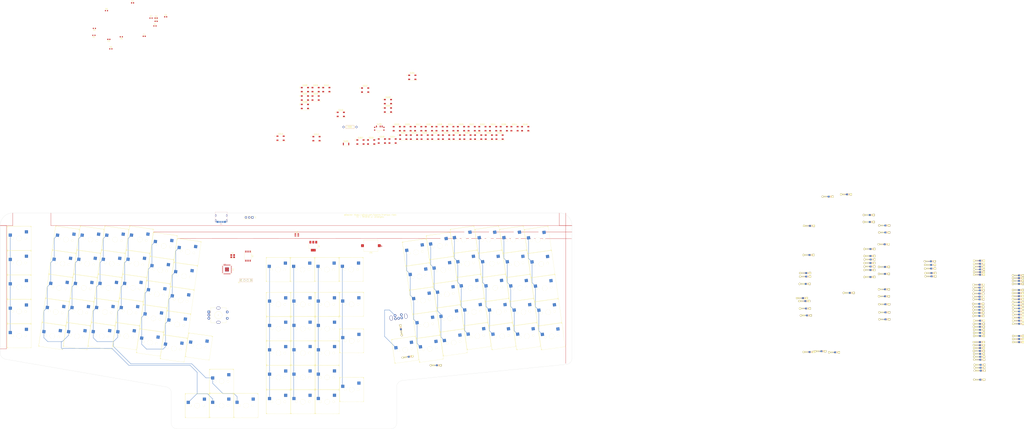
<source format=kicad_pcb>
(kicad_pcb (version 20211014) (generator pcbnew)
  (layers (0 "F.Cu" signal) (1 "In1.Cu" power "PWR.Cu") (2 "In2.Cu" power "GRD.Cu") (31 "B.Cu" signal) (34 "B.Paste" user) (35 "F.Paste" user) (36 "B.SilkS" user "B.Silkscreen") (37 "F.SilkS" user "F.Silkscreen") (38 "B.Mask" user) (39 "F.Mask" user) (44 "Edge.Cuts" user))
  (net 0 "")
  (net 1 "Net-(D1-Pad1)")
  (net 2 "Net-(D2-Pad1)")
  (net 3 "Net-(D3-Pad1)")
  (net 4 "Net-(D4-Pad1)")
  (net 5 "Net-(D5-Pad1)")
  (net 6 "Net-(D6-Pad1)")
  (net 7 "Net-(D7-Pad1)")
  (net 8 "Net-(D8-Pad1)")
  (net 9 "Net-(D9-Pad1)")
  (net 10 "Net-(D10-Pad1)")
  (net 11 "Net-(D11-Pad1)")
  (net 12 "Net-(D12-Pad1)")
  (net 13 "Net-(D13-Pad1)")
  (net 14 "Net-(D14-Pad1)")
  (net 15 "Net-(D15-Pad1)")
  (net 16 "Net-(D16-Pad1)")
  (net 17 "Net-(D17-Pad1)")
  (net 18 "Net-(D18-Pad1)")
  (net 19 "Net-(D19-Pad1)")
  (net 20 "Net-(D20-Pad1)")
  (net 21 "Net-(D21-Pad1)")
  (net 22 "Net-(D22-Pad1)")
  (net 23 "Net-(D23-Pad1)")
  (net 24 "Net-(D24-Pad1)")
  (net 25 "Net-(D25-Pad1)")
  (net 26 "Net-(D26-Pad1)")
  (net 27 "Net-(D27-Pad1)")
  (net 28 "Net-(D28-Pad1)")
  (net 29 "Net-(D29-Pad1)")
  (net 30 "Net-(D30-Pad1)")
  (net 31 "Net-(D31-Pad1)")
  (net 32 "Net-(D32-Pad1)")
  (net 33 "Net-(D33-Pad1)")
  (net 34 "Net-(D34-Pad1)")
  (net 35 "Net-(D35-Pad1)")
  (net 36 "Net-(D36-Pad1)")
  (net 37 "Net-(D37-Pad1)")
  (net 38 "Net-(D38-Pad1)")
  (net 39 "Net-(D39-Pad1)")
  (net 40 "Net-(D40-Pad1)")
  (net 41 "Net-(D41-Pad1)")
  (net 42 "Net-(D42-Pad1)")
  (net 43 "Net-(D43-Pad1)")
  (net 44 "Net-(D44-Pad1)")
  (net 45 "Net-(D45-Pad1)")
  (net 46 "Net-(D46-Pad1)")
  (net 47 "Net-(D47-Pad1)")
  (net 48 "Net-(D48-Pad1)")
  (net 49 "Net-(D49-Pad1)")
  (net 50 "Net-(D50-Pad1)")
  (net 51 "Net-(D51-Pad1)")
  (net 52 "Net-(D52-Pad1)")
  (net 53 "Net-(D53-Pad1)")
  (net 54 "Net-(D54-Pad1)")
  (net 55 "Net-(D55-Pad1)")
  (net 56 "Net-(D56-Pad1)")
  (net 57 "Net-(D57-Pad1)")
  (net 58 "Net-(D58-Pad1)")
  (net 59 "Net-(D59-Pad1)")
  (net 60 "Net-(D60-Pad1)")
  (net 61 "Net-(D61-Pad1)")
  (net 62 "Net-(D62-Pad1)")
  (net 63 "Net-(D63-Pad1)")
  (net 64 "Net-(D64-Pad1)")
  (net 65 "Net-(D65-Pad1)")
  (net 66 "Net-(D66-Pad1)")
  (net 67 "Net-(D67-Pad1)")
  (net 68 "Net-(D68-Pad1)")
  (net 69 "Net-(D69-Pad1)")
  (net 70 "Net-(D70-Pad1)")
  (net 71 "Net-(D71-Pad1)")
  (net 72 "Net-(D72-Pad1)")
  (net 73 "Net-(D73-Pad1)")
  (net 74 "Net-(D74-Pad1)")
  (net 75 "Net-(D75-Pad1)")
  (net 76 "Net-(D76-Pad1)")
  (net 77 "Net-(D77-Pad1)")
  (net 78 "Net-(D78-Pad1)")
  (net 79 "Net-(D79-Pad1)")
  (net 80 "Net-(D80-Pad1)")
  (net 81 "Net-(D81-Pad1)")
  (net 82 "Net-(D82-Pad1)")
  (net 83 "Net-(D83-Pad1)")
  (net 84 "Net-(D84-Pad1)")
  (net 85 "Net-(D85-Pad1)")
  (net 86 "Net-(D86-Pad1)")
  (net 87 "Net-(D87-Pad1)")
  (net 88 "Net-(D88-Pad1)")
  (net 89 "VCC")
  (net 90 "GND")
  (net 91 "Net-(D1-Pad2)")
  (net 92 "Net-(D1S1-Pad1)")
  (net 93 "+3V3")
  (net 94 "Net-(D1S1-Pad2)")
  (net 95 "Net-(D1S2-Pad1)")
  (net 96 "Net-(D10-Pad2)")
  (net 97 "Net-(D18-Pad2)")
  (net 98 "Net-(D20-Pad2)")
  (net 100 "Net-(D35-Pad2)")
  (net 101 "Net-(D37-Pad2)")
  (net 102 "Net-(D52-Pad2)")
  (net 103 "Net-(D53-Pad2)")
  (net 104 "Net-(D68-Pad2)")
  (net 105 "Net-(D88-Pad2)")
  (net 106 "Net-(D301-Pad2)")
  (net 107 "Net-(D301-Pad4)")
  (net 108 "Net-(D302-Pad2)")
  (net 109 "Net-(D303-Pad2)")
  (net 110 "Net-(D304-Pad2)")
  (net 111 "Net-(D305-Pad2)")
  (net 112 "Net-(D306-Pad2)")
  (net 113 "/XIN")
  (net 114 "SCL")
  (net 115 "SDA")
  (net 116 "Net-(C3-Pad1)")
  (net 117 "VBUS")
  (net 118 "row2")
  (net 119 "row1")
  (net 120 "row4")
  (net 121 "row3")
  (net 122 "Net-(D307-Pad2)")
  (net 123 "row6")
  (net 124 "row5")
  (net 125 "row8")
  (net 126 "row7")
  (net 127 "row10")
  (net 128 "row9")
  (net 129 "row11")
  (net 130 "Net-(D89-Pad1)")
  (net 131 "row12")
  (net 132 "Net-(D90-Pad1)")
  (net 133 "Net-(D91-Pad1)")
  (net 134 "Net-(D92-Pad1)")
  (net 135 "Net-(D93-Pad1)")
  (net 136 "Net-(D308-Pad2)")
  (net 137 "Net-(D309-Pad2)")
  (net 138 "Net-(D310-Pad2)")
  (net 139 "Net-(D311-Pad2)")
  (net 140 "Net-(D312-Pad2)")
  (net 141 "Net-(D313-Pad2)")
  (net 142 "Net-(D314-Pad2)")
  (net 143 "Net-(D315-Pad2)")
  (net 144 "Net-(D316-Pad2)")
  (net 145 "Net-(D317-Pad2)")
  (net 146 "Net-(D318-Pad2)")
  (net 147 "Net-(D319-Pad2)")
  (net 148 "Net-(D320-Pad2)")
  (net 149 "Net-(D321-Pad2)")
  (net 150 "Net-(D322-Pad2)")
  (net 151 "Net-(D323-Pad2)")
  (net 152 "Net-(D324-Pad2)")
  (net 153 "Net-(D325-Pad2)")
  (net 154 "Net-(D326-Pad2)")
  (net 155 "Net-(D327-Pad2)")
  (net 156 "Net-(D328-Pad2)")
  (net 157 "Net-(D329-Pad2)")
  (net 158 "/USB+")
  (net 159 "/USB-")
  (net 160 "Net-(D330-Pad2)")
  (net 161 "Net-(D331-Pad2)")
  (net 162 "Net-(D332-Pad2)")
  (net 163 "Net-(D333-Pad2)")
  (net 164 "/SWD")
  (net 165 "/SWCLK")
  (net 166 "SPEAKER")
  (net 167 "Data+")
  (net 168 "Data-")
  (net 169 "Underglow")
  (net 170 "/XOUT")
  (net 171 "/QSPISS")
  (net 172 "/RESET")
  (net 173 "col10")
  (net 174 "Net-(D334-Pad2)")
  (net 175 "col9")
  (net 176 "/SQPISD1")
  (net 177 "/QSPISD2")
  (net 178 "/QSPISD0")
  (net 179 "/QSPICLK")
  (net 180 "/QSPISD3")
  (net 181 "col7")
  (net 182 "col3")
  (net 183 "ENC1")
  (net 184 "ENC2")
  (net 185 "col1")
  (net 186 "col5")
  (net 187 "col4")
  (net 188 "col2")
  (net 189 "col6")
  (net 190 "col8")
  (net 191 "ENC4")
  (net 192 "ENC3")
  (net 193 "Net-(D335-Pad2)")
  (net 194 "Net-(D336-Pad2)")
  (net 195 "Net-(D337-Pad2)")
  (net 196 "Net-(D338-Pad2)")
  (net 197 "Net-(D339-Pad2)")
  (net 199 "Net-(J3-PadA5)")
  (net 201 "Net-(J3-PadB5)")
  (net 204 "Net-(R1-Pad2)")
  (net 205 "Net-(R2-Pad2)")
  (net 206 "Net-(R5-Pad2)")
  (net 211 "Net-(D25-Pad2)")
  (net 212 "Net-(D69-Pad2)")
  (footprint "Keebio-Parts:Diode-hybrid-3pad" (layer "F.Cu") (at 830.258 170.998)
    (fp_text reference "D79")
    (fp_text value "DIODE" hide)
  )
  (footprint "Keebio-Parts:MX_Socket_18mm" (layer "F.Cu") (at 408.8 105 8)
    (fp_text reference "SW26" hide)
    (fp_text value "SW_PUSH" hide)
  )
  (footprint "Keebio-Parts:Diode-hybrid-3pad" (layer "F.Cu") (at 830.258 166.426)
    (fp_text reference "D78")
    (fp_text value "DIODE" hide)
  )
  (footprint "Keebio-Parts:Diode-hybrid-3pad" (layer "F.Cu") (at 860.992 142.44)
    (fp_text reference "D62")
    (fp_text value "DIODE" hide)
  )
  (footprint "Keebio-Parts:MX_Socket_18mm" (layer "F.Cu") (at 164.55 119 -8)
    (fp_text reference "SW39" hide)
    (fp_text value "SW_PUSH" hide)
  )
  (footprint "LED_SMD:LED_WS2812B_PLCC4_5.0x5.0mm_P3.2mm" (layer "F.Cu") (at 422.658 -6.368)
    (fp_text reference "D325")
    (fp_text value "WS2812B")
  )
  (footprint "Keebio-Parts:Diode-hybrid-3pad" (layer "F.Cu") (at 692.755 129.431)
    (fp_text reference "D34")
    (fp_text value "DIODE" hide)
  )
  (footprint "Keebio-Parts:Diode-hybrid-3pad" (layer "F.Cu") (at 860.865 111.325)
    (fp_text reference "D13")
    (fp_text value "DIODE" hide)
  )
  (footprint "Keebio-Parts:Diode-hybrid-3pad" (layer "F.Cu") (at 696.057 93.109)
    (fp_text reference "D51")
    (fp_text value "DIODE" hide)
  )
  (footprint "Keebio-Parts:Diode-hybrid-3pad" (layer "F.Cu") (at 744 93.9)
    (fp_text reference "D65")
    (fp_text value "DIODE" hide)
  )
  (footprint "Keebio-Parts:Diode-hybrid-3pad" (layer "F.Cu") (at 860.865 115.897)
    (fp_text reference "D15")
    (fp_text value "DIODE" hide)
  )
  (footprint "Keebio-Parts:MX_Socket_18mm" (layer "F.Cu") (at 466.425 100.025 8)
    (fp_text reference "SW29" hide)
    (fp_text value "SW_PUSH" hide)
  )
  (footprint "Package_TO_SOT_SMD:SOT-23-6" (layer "F.Cu") (at 293.475 77.25)
    (fp_text reference "U3")
    (fp_text value "USBLC6-2SC6")
  )
  (footprint "Keebio-Parts:MX_Socket_18mm" (layer "F.Cu") (at 317.375 131.975)
    (fp_text reference "SW33" hide)
    (fp_text value "SW_PUSH" hide)
  )
  (footprint "Keebio-Parts:MX_Socket_18mm" (layer "F.Cu") (at 111.75 81 -8)
    (fp_text reference "SW2" hide)
    (fp_text value "SW_PUSH" hide)
  )
  (footprint "Keebio-Parts:MX_Socket_18mm" (layer "F.Cu") (at 183.3 124 -8)
    (fp_text reference "SW40" hide)
    (fp_text value "SW_PUSH" hide)
  )
  (footprint "Capacitor_SMD:C_0603_1608Metric" (layer "F.Cu") (at 173.42 -79.194)
    (fp_text reference "C4")
    (fp_text value "100n")
  )
  (footprint "LED_SMD:LED_WS2812B_PLCC4_5.0x5.0mm_P3.2mm" (layer "F.Cu") (at 452.998 0.252)
    (fp_text reference "D330")
    (fp_text value "WS2812B")
  )
  (footprint "LED_SMD:LED_WS2812B_PLCC4_5.0x5.0mm_P3.2mm" (layer "F.Cu") (at 431.078 -6.368)
    (fp_text reference "D327")
    (fp_text value "WS2812B")
  )
  (footprint "Keebio-Parts:Diode-hybrid-3pad" (layer "F.Cu") (at 693.263 135.273)
    (fp_text reference "D43")
    (fp_text value "DIODE" hide)
  )
  (footprint "Keebio-Parts:Diode-hybrid-3pad" (layer "F.Cu") (at 725.585 45.347)
    (fp_text reference "D8")
    (fp_text value "DIODE" hide)
  )
  (footprint "Keebio-Parts:MX_Socket_18mm" (layer "F.Cu") (at 147.8 100 -8)
    (fp_text reference "SW21" hide)
    (fp_text value "SW_PUSH" hide)
  )
  (footprint "Capacitor_SMD:C_0603_1608Metric" (layer "F.Cu") (at 182.78 -90.99)
    (fp_text reference "C3")
    (fp_text value "22p")
  )
  (footprint "Keebio-Parts:MX_Socket_18mm" (layer "F.Cu") (at 298.25 170.35)
    (fp_text reference "SW53" hide)
    (fp_text value "SW_PUSH" hide)
  )
  (footprint "Keebio-Parts:Diode-hybrid-3pad" (layer "F.Cu") (at 716.187 169.807)
    (fp_text reference "D92")
    (fp_text value "DIODE" hide)
  )
  (footprint "LED_SMD:LED_WS2812B_PLCC4_5.0x5.0mm_P3.2mm" (layer "F.Cu") (at 402.478 0.252)
    (fp_text reference "D331")
    (fp_text value "WS2812B")
  )
  (footprint "Keebio-Parts:MX_Socket_18mm" (layer "F.Cu") (at 145.2 119 -8)
    (fp_text reference "SW38" hide)
    (fp_text value "SW_PUSH" hide)
  )
  (footprint "Keebio-Parts:MX_Socket_18mm" (layer "F.Cu") (at 444.3 81.025 8)
    (fp_text reference "SW15" hide)
    (fp_text value "SW_PUSH" hide)
  )
  (footprint "Keebio-Parts:Diode-hybrid-3pad" (layer "F.Cu") (at 829.75 133.914)
    (fp_text reference "D37")
    (fp_text value "DIODE" hide)
  )
  (footprint "Keebio-Parts:MX_Socket_18mm" (layer "F.Cu") (at 336.625 160.775)
    (fp_text reference "SW45" hide)
    (fp_text value "SW_PUSH" hide)
  )
  (footprint "Connector_PinHeader_2.54mm:PinHeader_1x03_P2.54mm_Vertical" (layer "F.Cu") (at 258.525 63.5 -90)
    (fp_text reference "J1")
    (fp_text value "Conn_01x03")
  )
  (footprint "Keebio-Parts:Diode-hybrid-3pad" (layer "F.Cu") (at 829.877 128.072)
    (fp_text reference "D22")
    (fp_text value "DIODE" hide)
  )
  (footprint "LED_SMD:LED_WS2812B_PLCC4_5.0x5.0mm_P3.2mm" (layer "F.Cu") (at 385.638 0.252)
    (fp_text reference "D313")
    (fp_text value "WS2812B")
  )
  (footprint "Keebio-Parts:Diode-hybrid-3pad" (layer "F.Cu") (at 744 110.449)
    (fp_text reference "D69")
    (fp_text value "DIODE" hide)
  )
  (footprint "Keebio-Parts:MX_Socket_18mm" (layer "F.Cu") (at 75 99.2)
    (fp_text reference "SW18" hide)
    (fp_text value "SW_PUSH" hide)
  )
  (footprint "Resistor_SMD:R_0603_1608Metric" (layer "F.Cu") (at 178.75 -93.5)
    (fp_text reference "R7")
    (fp_text value "5.1k")
  )
  (footprint "LED_SMD:LED_WS2812B_PLCC4_5.0x5.0mm_P3.2mm" (layer "F.Cu") (at 394.058 0.252)
    (fp_text reference "D326")
    (fp_text value "WS2812B")
  )
  (footprint "Resistor_SMD:R_0603_1608Metric" (layer "F.Cu") (at 133.7885 -79.95 180)
    (fp_text reference "R1")
    (fp_text value "22")
  )
  (footprint "Keebio-Parts:Diode-hybrid-3pad" (layer "F.Cu") (at 792.01 107.371)
    (fp_text reference "D52")
    (fp_text value "DIODE" hide)
  )
  (footprint "Keebio-Parts:MX_Socket_18mm" (layer "F.Cu") (at 142.5 138 -8)
    (fp_text reference "SW58" hide)
    (fp_text value "SW_PUSH" hide)
  )
  (footprint "LED_SMD:LED_WS2812B_PLCC4_5.0x5.0mm_P3.2mm" (layer "F.Cu") (at 464.758 -6.368)
    (fp_text reference "D314")
    (fp_text value "WS2812B")
  )
  (footprint "Keebio-Parts:MX_Socket_18mm" (layer "F.Cu") (at 416.9 162.075 8)
    (fp_text reference "SW82" hide)
    (fp_text value "SW_PUSH" hide)
  )
  (footprint "Keebio-Parts:MX_Socket_18mm" (layer "F.Cu") (at 75 137.6)
    (fp_text reference "SW55" hide)
    (fp_text value "SW_PUSH" hide)
  )
  (footprint "Keebio-Parts:MX_Socket_18mm" (layer "F.Cu") (at 101.03 156.989 -8)
    (fp_text reference "SW73" hide)
    (fp_text value "SW_PUSH" hide)
  )
  (footprint "LED_SMD:LED_WS2812B_PLCC4_5.0x5.0mm_P3.2mm" (layer "F.Cu") (at 380.558 -6.368)
    (fp_text reference "D335")
    (fp_text value "WS2812B")
  )
  (footprint "Keebio-Parts:Diode-hybrid-3pad" (layer "F.Cu") (at 829.771 141.153)
    (fp_text reference "D39")
    (fp_text value "DIODE" hide)
  )
  (footprint "Keebio-Parts:Diode-hybrid-3pad" (layer "F.Cu") (at 744 99.449)
    (fp_text reference "D41")
    (fp_text value "DIODE" hide)
  )
  (footprint "Keebio-Parts:MX_Socket_18mm" (layer "F.Cu") (at 317.45 170.375)
    (fp_text reference "SW54" hide)
    (fp_text value "SW_PUSH" hide)
  )
  (footprint "LED_SMD:LED_WS2812B_PLCC4_5.0x5.0mm_P3.2mm" (layer "F.Cu") (at 308.25 -37.165)
    (fp_text reference "D305")
    (fp_text value "WS2812B")
  )
  (footprint "Keebio-Parts:Diode-hybrid-3pad" (layer "F.Cu") (at 830.237 106.609)
    (fp_text reference "D7")
    (fp_text value "DIODE" hide)
  )
  (footprint "Keebio-Parts:Diode-hybrid-3pad" (layer "F.Cu") (at 830.004 120.96)
    (fp_text reference "D23")
    (fp_text value "DIODE" hide)
  )
  (footprint "Package_SO:SOIC-8_5.23x5.23mm_P1.27mm" (layer "F.Cu") (at 255 94 -90)
    (fp_text reference "U2")
    (fp_text value "W25Q128JVS")
  )
  (footprint "Keebio-Parts:MX_Socket_18mm" (layer "F.Cu") (at 449.65 119 8)
    (fp_text reference "SW49" hide)
    (fp_text value "SW_PUSH" hide)
  )
  (footprint "Keebio-Parts:MX_Socket_18mm" (layer "F.Cu") (at 432.90174 138.012136 8)
    (fp_text reference "SW64" hide)
    (fp_text value "SW_PUSH" hide)
  )
  (footprint "LED_SMD:LED_WS2812B_PLCC4_5.0x5.0mm_P3.2mm" (layer "F.Cu") (at 299.83 -30.545)
    (fp_text reference "D321")
    (fp_text value "WS2812B")
  )
  (footprint "Keebio-Parts:MX_Socket_18mm" (layer "F.Cu") (at 298.2 208.775)
    (fp_text reference "SW88" hide)
    (fp_text value "SW_PUSH" hide)
  )
  (footprint "Keebio-Parts:MX_Socket_18mm" (layer "F.Cu") (at 471.825 138.075 8)
    (fp_text reference "SW66" hide)
    (fp_text value "SW_PUSH" hide)
  )
  (footprint "Keebio-Parts:Diode-hybrid-3pad" (layer "F.Cu") (at 860.865 109.166)
    (fp_text reference "D12")
    (fp_text value "DIODE" hide)
  )
  (footprint "Keebio-Parts:MX_Socket_18mm" (layer "F.Cu") (at 488.55 119.2 8)
    (fp_text reference "SW51" hide)
    (fp_text value "SW_PUSH" hide)
  )
  (footprint "LED_SMD:LED_WS2812B_PLCC4_5.0x5.0mm_P3.2mm" (layer "F.Cu") (at 444.578 0.252)
    (fp_text reference "D320")
    (fp_text value "WS2812B")
  )
  (footprint "Keebio-Parts:Diode-hybrid-3pad" (layer "F.Cu") (at 830.131 149.662)
    (fp_text reference "D57")
    (fp_text value "DIODE" hide)
  )
  (footprint "Keebio-Parts:Diode-hybrid-3pad" (layer "F.Cu") (at 743.492 61.603)
    (fp_text reference "D9")
    (fp_text value "DIODE" hide)
  )
  (footprint "Keebio-Parts:Diode-hybrid-3pad" (layer "F.Cu") (at 829.856 116.515)
    (fp_text reference "D19")
    (fp_text value "DIODE" hide)
  )
  (footprint "Keebio-Parts:Diode-hybrid-3pad" (layer "F.Cu") (at 829.75 123.5)
    (fp_text reference "D21")
    (fp_text value "DIODE" hide)
  )
  (footprint "Keebio-Parts:Diode-hybrid-3pad" (layer "F.Cu") (at 829.877 118.801)
    (fp_text reference "D20")
    (fp_text value "DIODE" hide)
  )
  (footprint "LED_SMD:LED_WS2812B_PLCC4_5.0x5.0mm_P3.2mm" (layer "F.Cu") (at 308.25 -30.545)
    (fp_text reference "D329")
    (fp_text value "WS2812B")
  )
  (footprint "Button_Switch_SMD:SW_SPDT_PCM12" (layer "F.Cu") (at 358.353 -6.703)
    (fp_text reference "SW95")
    (fp_text value "SW_SPDT")
  )
  (footprint "Keebio-Parts:MX_Socket_18mm" (layer "F.Cu") (at 390.00174 110.037136 8)
    (fp_text reference "SW25" hide)
    (fp_text value "SW_PUSH" hide)
  )
  (footprint "Keebio-Parts:MX_Socket_18mm" (layer "F.Cu") (at 297.952 104.625)
    (fp_text reference "SW9" hide)
    (fp_text value "SW_PUSH" hide)
  )
  (footprint "Keebio-Parts:Diode-hybrid-3pad" (layer "F.Cu") (at 830.787 184.206)
    (fp_text reference "D88")
    (fp_text value "DIODE" hide)
  )
  (footprint "LED_SMD:LED_WS2812B_PLCC4_5.0x5.0mm_P3.2mm" (layer "F.Cu") (at 299.83 -23.925)
    (fp_text reference "D328")
    (fp_text value "WS2812B")
  )
  (footprint "Keebio-Parts:Diode-hybrid-3pad" (layer "F.Cu") (at 860.992 159.331)
    (fp_text reference "D84")
    (fp_text value "DIODE" hide)
  )
  (footprint "Keebio-Parts:Diode-hybrid-3pad" (layer "F.Cu") (at 755.43 107.997)
    (fp_text reference "D33")
    (fp_text value "DIODE" hide)
  )
  (footprint "Keebio-Parts:MX_Socket_18mm" (layer "F.Cu") (at 414.2 143.05 8)
    (fp_text reference "SW63" hide)
    (fp_text value "SW_PUSH" hide)
  )
  (footprint "Keebio-Parts:MX_Socket_18mm" (layer "F.Cu") (at 317.4 208.75)
    (fp_text reference "SW89" hide)
    (fp_text value "SW_PUSH" hide)
  )
  (footprint "Keebio-Parts:Diode-hybrid-3pad" (layer "F.Cu") (at 860.865 125.549)
    (fp_text reference "D31")
    (fp_text value "DIODE" hide)
  )
  (footprint "Keebio-Parts:Diode-hybrid-3pad" (layer "F.Cu") (at 696.438 70.122)
    (fp_text reference "D10")
    (fp_text value "DIODE" hide)
  )
  (footprint "Keebio-Parts:MX_Socket_18mm" (layer "F.Cu") (at 202.05 128.8 -8)
    (fp_text reference "SW41" hide)
    (fp_text value "SW_PUSH" hide)
  )
  (footprint "Keebio-Parts:MX_Socket_18mm" (layer "F.Cu") (at 123.15 138.05 -8)
    (fp_text reference "SW57" hide)
    (fp_text value "SW_PUSH" hide)
  )
  (footprint "Keebio-Parts:MX_Socket_18mm" (layer "F.Cu") (at 279.025 170.4)
    (fp_text reference "SW52" hide)
    (fp_text value "SW_PUSH" hide)
  )
  (footprint "Capacitor_SMD:C_0603_1608Metric" (layer "F.Cu") (at 190.26 -94.524)
    (fp_text reference "C6")
    (fp_text value "22u")
  )
  (footprint "LED_SMD:LED_WS2812B_PLCC4_5.0x5.0mm_P3.2mm" (layer "F.Cu") (at 343.538 4.102)
    (fp_text reference "D302")
    (fp_text value "WS2812B")
  )
  (footprint "Keebio-Parts:Diode-hybrid-3pad" (layer "F.Cu") (at 380.651144 173.373352 8)
    (fp_text reference "D80")
    (fp_text value "DIODE" hide)
  )
  (footprint "Keebio-Parts:Diode-hybrid-3pad" (layer "F.Cu") (at 690.926 127.096)
    (fp_text reference "D68")
    (fp_text value "DIODE" hide)
  )
  (footprint "Keebio-Parts:MX_Socket_18mm" (layer "F.Cu") (at 378.75 167.75 8)
    (fp_text reference "SW80" hide)
    (fp_text value "SW_PUSH" hide)
  )
  (footprint "Keebio-Parts:Diode-hybrid-3pad" (layer "F.Cu") (at 755.774 143.811)
    (fp_text reference "D11")
    (fp_text value "DIODE" hide)
  )
  (footprint "Keebio-Parts:Diode-hybrid-3pad" (layer "F.Cu") (at 860.992 135.201)
    (fp_text reference "D47")
    (fp_text value "DIODE" hide)
  )
  (footprint "Keebio-Parts:MX_Socket_18mm" (layer "F.Cu") (at 298.225 151.15)
    (fp_text reference "SW43" hide)
    (fp_text value "SW_PUSH" hide)
  )
  (footprint "Keebio-Parts:MX_Socket_18mm" (layer "F.Cu") (at 177.95 162.1 -8)
    (fp_text reference "SW77" hide)
    (fp_text value "SW_PUSH" hide)
  )
  (footprint "Resistor_SMD:R_0603_1608Metric" (layer "F.Cu") (at 155.373 -78.807 180)
    (fp_text reference "R6")
    (fp_text value "5.1k")
  )
  (footprint "Keebio-Parts:Diode-hybrid-3pad" (layer "F.Cu") (at 860.992 137.614)
    (fp_text reference "D48")
    (fp_text value "DIODE" hide)
  )
  (footprint "Keebio-Parts:Diode-hybrid-3pad" (layer "F.Cu") (at 755.684 131.917)
    (fp_text reference "D82")
    (fp_text value "DIODE" hide)
  )
  (footprint "Keebio-Parts:MX_Socket_18mm" (layer "F.Cu") (at 279.025 189.6)
    (fp_text reference "SW68" hide)
    (fp_text value "SW_PUSH" hide)
  )
  (footprint "Keebio-Parts:MX_Socket_18mm" (layer "F.Cu") (at 406.07326 86.012864 8)
    (fp_text reference "SW13" hide)
    (fp_text value "SW_PUSH" hide)
  )
  (footprint "Keebio-Parts:Diode-hybrid-3pad" (layer "F.Cu") (at 755.774 138.311)
    (fp_text reference "D50")
    (fp_text value "DIODE" hide)
  )
  (footprint "random-keyboard-parts:RP2040-QFN-56" (layer "F.Cu") (at 238.5 104.5 -90)
    (fp_text reference "U1")
    (fp_text value "RP2040")
  )
  (footprint "LED_SMD:LED_WS2812B_PLCC4_5.0x5.0mm_P3.2mm" (layer "F.Cu") (at 410.898 0.252)
    (fp_text reference "D319")
    (fp_text value "WS2812B")
  )
  (footprint "Keebio-Parts:Diode-hybrid-3pad" (layer "F.Cu") (at 829.771 136.327)
    (fp_text reference "D40")
    (fp_text value "DIODE" hide)
  )
  (footprint "LED_SMD:LED_WS2812B_PLCC4_5.0x5.0mm_P3.2mm" (layer "F.Cu") (at 414.238 -6.368)
    (fp_text reference "D311")
    (fp_text value "WS2812B")
  )
  (footprint "Keebio-Parts:MX_Socket_18mm" (layer "F.Cu") (at 494 157.25 8)
    (fp_text reference "SW86" hide)
    (fp_text value "SW_PUSH" hide)
  )
  (footprint "Keebio-Parts:MX_Socket_18mm" (layer "F.Cu") (at 317.4 189.55)
    (fp_text reference "SW70" hide)
    (fp_text value "SW_PUSH" hide)
  )
  (footprint "Keebio-Parts:MX_Socket_18mm" (layer "F.Cu") (at 216.5 165.25 -8)
    (fp_text reference "SW79" hide)
    (fp_text value "SW_PUSH" hide)
  )
  (footprint "Keebio-Parts:Diode-hybrid-3pad" (layer "F.Cu") (at 860.865 130.375)
    (fp_text reference "D45")
    (fp_text value "DIODE" hide)
  )
  (footprint "Keebio-Parts:MX_Socket_18mm" (layer "F.Cu") (at 207.5 90.75 -8)
    (fp_text reference "SW7" hide)
    (fp_text value "SW_PUSH" hide)
  )
  (footprint "Keebio-Parts:MX_Socket_18mm" (layer "F.Cu") (at 447 100 8)
    (fp_text reference "SW28" hide)
    (fp_text value "SW_PUSH" hide)
  )
  (footprint "Keebio-Parts:MX_Socket_18mm" (layer "F.Cu") (at 75 156.8)
    (fp_text reference "SW72" hide)
    (fp_text value "SW_PUSH" hide)
  )
  (footprint "Keebio-Parts:MX_Socket_18mm" (layer "F.Cu") (at 279 132)
    (fp_text reference "SW31" hide)
    (fp_text value "SW_PUSH" hide)
  )
  (footprint "Keebio-Parts:MX_Socket_18mm" (layer "F.Cu") (at 278.775 104.625)
    (fp_text reference "SW8" hide)
    (fp_text value "SW_PUSH" hide)
  )
  (footprint "Keebio-Parts:MX_Socket_18mm" (layer "F.Cu") (at 452.4 138.05 8)
    (fp_text reference "SW65" hide)
    (fp_text value "SW_PUSH" hide)
  )
  (footprint "Keebio-Parts:Diode-hybrid-3pad" (layer "F.Cu") (at 830.258 102.291)
    (fp_text reference "D6")
    (fp_text value "DIODE" hide)
  )
  (footprint "Buzzer_Beeper:Buzzer_Mallory_AST1109MLTRQ" (layer "F.Cu") (at 351.75 85.75)
    (fp_text reference "LS1")
    (fp_text value "Speaker")
  )
  (footprint "Keebio-Parts:Diode-hybrid-3pad" (layer "F.Cu") (at 755.43 125.65)
    (fp_text reference "D27")
    (fp_text value "DIODE" hide)
  )
  (footprint "Keebio-Parts:MX_Socket_18mm" (layer "F.Cu") (at 483.1 81.15 8)
    (fp_text reference "SW17" hide)
    (fp_text value "SW_PUSH" hide)
  )
  (footprint "Keebio-Parts:Diode-hybrid-3pad" (layer "F.Cu") (at 755.684 69.853)
    (fp_text reference "D26")
    (fp_text value "DIODE" hide)
  )
  (footprint "Keebio-Parts:MX_Socket_18mm" (layer "F.Cu") (at 474.525 157.075 8)
    (fp_text reference "SW85" hide)
    (fp_text value "SW_PUSH" hide)
  )
  (footprint "Keebio-Parts:MX_Socket_18mm" (layer "F.Cu") (at 150.5 81 -8)
    (fp_text reference "SW4" hide)
    (fp_text value "SW_PUSH" hide)
  )
  (footprint "LED_SMD:LED_WS2812B_PLCC4_5.0x5.0mm_P3.2mm" (layer "F.Cu") (at 347.225 -36.82)
    (fp_text reference "D337")
    (fp_text value "WS2812B")
  )
  (footprint "Keebio-Parts:MX_Socket_18mm" (layer "F.Cu") (at 485.85 100.15 8)
    (fp_text reference "SW30" hide)
    (fp_text value "SW_PUSH" hide)
  )
  (footprint "LED_SMD:LED_WS2812B_PLCC4_5.0x5.0mm_P3.2mm" (layer "F.Cu") (at 473.178 -6.368)
    (fp_text reference "D340")
    (fp_text value "WS2812B")
  )
  (footprint "Keebio-Parts:Diode-hybrid-3pad" (layer "F.Cu") (at 791.523 98.1)
    (fp_text reference "D1")
    (fp_text value "DIODE" hide)
  )
  (footprint "Keebio-Parts:MX_Socket_18mm" (layer "F.Cu") (at 317.139 104.6)
    (fp_text reference "SW10" hide)
    (fp_text value "SW_PUSH" hide)
  )
  (footprint "Keebio-Parts:Diode-hybrid-3pad" (layer "F.Cu") (at 830.364 173.284)
    (fp_text reference "D76")
    (fp_text value "DIODE" hide)
  )
  (footprint "LED_SMD:LED_WS2812B_PLCC4_5.0x5.0mm_P3.2mm" (layer "F.Cu") (at 365.175 -27.72)
    (fp_text reference "D339")
    (fp_text value "WS2812B")
  )
  (footprint "Keebio-Parts:Diode-hybrid-3pad" (layer "F.Cu") (at 744.127 96.655)
    (fp_text reference "D60")
    (fp_text value "DIODE" hide)
  )
  (footprint "Keebio-Parts:RotaryEncoder_EC11B-Horizontal-Dual" (layer "F.Cu") (at 373.426934 141.730109 8)
    (fp_text reference "SW2E1" hide)
    (fp_text value "RotaryEncoder_Switch" hide)
  )
  (footprint "LED_SMD:LED_WS2812B_PLCC4_5.0x5.0mm_P3.2mm" (layer "F.Cu") (at 439.498 -6.368)
    (fp_text reference "D332")
    (fp_text value "WS2812B")
  )
  (footprint "LED_SMD:LED_WS2812B_PLCC4_5.0x5.0mm_P3.2mm" (layer "F.Cu") (at 447.918 -6.368)
    (fp_text reference "D324")
    (fp_text value "WS2812B")
  )
  (footprint "Keebio-Parts:MX_Socket_18mm" (layer "F.Cu") (at 411.5 124 8)
    (fp_text reference "SW47" hide)
    (fp_text value "SW_PUSH" hide)
  )
  (footprint "Keebio-Parts:MX_Socket_18mm" (layer "F.Cu") (at 169.95 80.95 -8)
    (fp_text reference "SW5" hide)
    (fp_text value "SW_PUSH" hide)
  )
  (footprint "LED_SMD:LED_WS2812B_PLCC4_5.0x5.0mm_P3.2mm" (layer "F.Cu") (at 388.978 -6.368)
    (fp_text reference "D317")
    (fp_text value "WS2812B")
  )
  (footprint "Keebio-Parts:Diode-hybrid-3pad" (layer "F.Cu") (at 744 104.949)
    (fp_text reference "D70")
    (fp_text value "DIODE" hide)
  )
  (footprint "Keebio-Parts:MX_Socket_18mm" (layer "F.Cu") (at 186.05 105 -8)
    (fp_text reference "SW23" hide)
    (fp_text value "SW_PUSH" hide)
  )
  (footprint "LED_SMD:LED_WS2812B_PLCC4_5.0x5.0mm_P3.2mm" (layer "F.Cu") (at 316.67 -37.165)
    (fp_text reference "D310")
    (fp_text value "WS2812B")
  )
  (footprint "Keebio-Parts:MX_Socket_18mm" (layer "F.Cu") (at 430.17674 118.987136 8)
    (fp_text reference "SW48" hide)
    (fp_text value "SW_PUSH" hide)
  )
  (footprint "Resistor_SMD:R_0603_1608Metric" (layer "F.Cu") (at 143.689 -99.381)
    (fp_text reference "R3")
    (fp_text value "1k")
  )
  (footprint "LED_SMD:LED_WS2812B_PLCC4_5.0x5.0mm_P3.2mm" (layer "F.Cu") (at 328.075 -17.67)
    (fp_text reference "D316")
    (fp_text value "WS2812B")
  )
  (footprint "Keebio-Parts:Diode-hybrid-3pad" (layer "F.Cu") (at 860.865 113.484)
    (fp_text reference "D14")
    (fp_text value "DIODE" hide)
  )
  (footprint "Keebio-Parts:Diode-hybrid-3pad" (layer "F.Cu") (at 744 102.199)
    (fp_text reference "D28")
    (fp_text value "DIODE" hide)
  )
  (footprint "Keebio-Parts:Diode-hybrid-3pad" (layer "F.Cu") (at 830.237 100.005)
    (fp_text reference "D3")
    (fp_text value "DIODE" hide)
  )
  (footprint "Keebio-Parts:Diode-hybrid-3pad" (layer "F.Cu") (at 711.107 47.125)
    (fp_text reference "D16")
    (fp_text value "DIODE" hide)
  )
  (footprint "Keebio-Parts:MX_Socket_18mm" (layer "F.Cu") (at 491.25 138.2 8)
    (fp_text reference "SW67" hide)
    (fp_text value "SW_PUSH" hide)
  )
  (footprint "LED_SMD:LED_WS2812B_PLCC4_5.0x5.0mm_P3.2mm" (layer "F.Cu") (at 280.68 1.135)
    (fp_text reference "D315")
    (fp_text value "WS2812B")
  )
  (footprint "Keebio-Parts:Diode-hybrid-3pad" (layer "F.Cu") (at 755.176 84.673)
    (fp_text reference "D59")
    (fp_text value "DIODE" hide)
  )
  (footprint "Resistor_SMD:R_0603_1608Metric" (layer "F.Cu") (at 134.1695 -85.411 180)
    (fp_text reference "R2")
    (fp_text value "22")
  )
  (footprint "Keebio-Parts:RotaryEncoder_EC11" (layer "F.Cu") (at 231.75 140.5)
    (fp_text reference "SW1E1")
    (fp_text value "RotaryEncoder_Switch")
  )
  (footprint "Button_Switch_SMD:SW_Push_SPST_NO_Alps_SKRK" (layer "F.Cu") (at 332.203 5.657)
    (fp_text reference "SW94")
    (fp_text value "SW_SPST")
  )
  (footprint "Keebio-Parts:MX_Socket_18mm" (layer "F.Cu") (at 199.4 147.85 -8)
    (fp_text reference "SW61" hide)
    (fp_text value "SW_PUSH" hide)
  )
  (footprint "Keebio-Parts:Diode-hybrid-3pad" (layer "F.Cu") (at 829.747 138.74)
    (fp_text reference "D38")
    (fp_text value "DIODE" hide)
  )
  (footprint "Keebio-Parts:MX_Socket_18mm" (layer "F.Cu") (at 161.9 138.05 -8)
    (fp_text reference "SW59" hide)
    (fp_text value "SW_PUSH" hide)
  )
  (footprint "Keebio-Parts:Diode-hybrid-3pad" (layer "F.Cu") (at 830.66 179.634)
    (fp_text reference "D89")
    (fp_text value "DIODE" hide)
  )
  (footprint "Keebio-Parts:RESISTOR" (layer "F.Cu") (at 335.3335 -7.7175)
    (fp_text reference "R301")
    (fp_text value "500" hide)
  )
  (footprint "LED_SMD:LED_WS2812B_PLCC4_5.0x5.0mm_P3.2mm" (layer "F.Cu") (at 456.338 -6.368)
    (fp_text reference "D306")
    (fp_text value "WS2812B")
  )
  (footprint "Keebio-Parts:Diode-hybrid-3pad" (layer "F.Cu") (at 830.258 104.45)
    (fp_text reference "D4")
    (fp_text value "DIODE" hide)
  )
  (footprint "LED_SMD:LED_WS2812B_PLCC4_5.0x5.0mm_P3.2mm" (layer "F.Cu") (at 351.958 4.102)
    (fp_text reference "D333")
    (fp_text value "WS2812B")
  )
  (footprint "Keebio-Parts:Diode-hybrid-3pad" (layer "F.Cu") (at 791.777 103.815)
    (fp_text reference "D35")
    (fp_text value "DIODE" hide)
  )
  (footprint "Keebio-Parts:Diode-hybrid-3pad" (layer "F.Cu") (at 744 88.4)
    (fp_text reference "D67")
    (fp_text value "DIODE" hide)
  )
  (footprint "Keebio-Parts:Diode-hybrid-3pad" (layer "F.Cu") (at 727.75 122.95)
    (fp_text reference "D1S1")
    (fp_text value "DIODE" hide)
  )
  (footprint "Keebio-Parts:MX_Socket_18mm" (layer "F.Cu") (at 125.85 119.05 -8)
    (fp_text reference "SW37" hide)
    (fp_text value "SW_PUSH" hide)
  )
  (footprint "Keebio-Parts:MX_Socket_18mm" (layer "F.Cu") (at 128.5 100 -8)
    (fp_text reference "SW20" hide)
    (fp_text value "SW_PUSH" hide)
  )
  (footprint "Keebio-Parts:Diode-hybrid-3pad" (layer "F.Cu") (at 860.992 147.266)
    (fp_text reference "D71")
    (fp_text value "DIODE" hide)
  )
  (footprint "Keebio-Parts:Diode-hybrid-3pad" (layer "F.Cu") (at 375.5 152.5 98)
    (fp_text reference "D1S2")
    (fp_text value "DIODE" hide)
  )
  (footprint "LED_SMD:LED_WS2812B_PLCC4_5.0x5.0mm_P3.2mm" (layer "F.Cu") (at 397.398 -6.368)
    (fp_text reference "D301")
    (fp_text value "WS2812B")
  )
  (footprint "Keebio-Parts:Diode-hybrid-3pad" (layer "F.Cu") (at 693.049 115.876)
    (fp_text reference "D66")
    (fp_text value "DIODE" hide)
  )
  (footprint "Keebio-Parts:Diode-hybrid-3pad" (layer "F.Cu") (at 830.11 168.712)
    (fp_text reference "D75")
    (fp_text value "DIODE" hide)
  )
  (footprint "LED_SMD:LED_WS2812B_PLCC4_5.0x5.0mm_P3.2mm" (layer "F.Cu") (at 405.818 -6.368)
    (fp_text reference "D308")
    (fp_text value "WS2812B")
  )
  (footprint "Keebio-Parts:Diode-hybrid-3pad" (layer "F.Cu") (at 696.121 169.553)
    (fp_text reference "D90")
    (fp_text value "DIODE" hide)
  )
  (footprint "Keebio-Parts:Diode-hybrid-3pad" (layer "F.Cu") (at 830.131 147.376)
    (fp_text reference "D54")
    (fp_text value "DIODE" hide)
  )
  (footprint "Keebio-Parts:MX_Socket_18mm" (layer "F.Cu") (at 253.45 211.75)
    (fp_text reference "SW92" hide)
    (fp_text value "SW_PUSH" hide)
  )
  (footprint "Keebio-Parts:Diode-hybrid-3pad" (layer "F.Cu") (at 830.131 161.727)
    (fp_text reference "D73")
    (fp_text value "DIODE" hide)
  )
  (footprint "Keebio-Parts:Diode-hybrid-3pad" (layer "F.Cu") (at 743.492 67.103)
    (fp_text reference "D64")
    (fp_text value "DIODE" hide)
  )
  (footprint "Keebio-Parts:MX_Socket_18mm" (layer "F.Cu") (at 180.65 143.05 -8)
    (fp_text reference "SW60" hide)
    (fp_text value "SW_PUSH" hide)
  )
  (footprint "Keebio-Parts:MX_Socket_18mm" (layer "F.Cu") (at 196.7 166.85 -8)
    (fp_text reference "SW78" hide)
    (fp_text value "SW_PUSH" hide)
  )
  (footprint "Keebio-Parts:Diode-hybrid-3pad" (layer "F.Cu") (at 860.865 120.723)
    (fp_text reference "D29")
    (fp_text value "DIODE" hide)
  )
  (footprint "LED_SMD:LED_WS2812B_PLCC4_5.0x5.0mm_P3.2mm" (layer "F.Cu") (at 365.175 -21.1)
    (fp_text reference "D309")
    (fp_text value "WS2812B")
  )
  (footprint "Crystal:Crystal_SMD_3225-4Pin_3.2x2.5mm" (layer "F.Cu") (at 243 94)
    (fp_text reference "Y1")
    (fp_text value "12MHz")
  )
  (footprint "Keebio-Parts:Diode-hybrid-3pad" (layer "F.Cu") (at 402.75 180)
    (fp_text reference "D81")
    (fp_text value "DIODE" hide)
  )
  (footprint "Keebio-Parts:Diode-hybrid-3pad" (layer "F.Cu") (at 792.031 109.911)
    (fp_text reference "D72")
    (fp_text value "DIODE" hide)
  )
  (footprint "LED_SMD:LED_WS2812B_PLCC4_5.0x5.0mm_P3.2mm" (layer "F.Cu") (at 360.378 3.332)
    (fp_text reference "D318")
    (fp_text value "WS2812B")
  )
  (footprint "Keebio-Parts:Diode-hybrid-3pad" (layer "F.Cu") (at 791.756 100.894)
    (fp_text reference "D18")
    (fp_text value "DIODE" hide)
  )
  (footprint "Keebio-Parts:MX_Socket_18mm" (layer "F.Cu") (at 392.70174 129.037136 8)
    (fp_text reference "SW46" hide)
    (fp_text value "SW_PUSH" hide)
  )
  (footprint "Keebio-Parts:MX_Socket_18mm" (layer "F.Cu") (at 109.08 99.989 -8)
    (fp_text reference "SW19" hide)
    (fp_text value "SW_PUSH" hide)
  )
  (footprint "LED_SMD:LED_WS2812B_PLCC4_5.0x5.0mm_P3.2mm" (layer "F.Cu") (at 308.925 1.48)
    (fp_text reference "D312")
    (fp_text value "WS2812B")
  )
  (footprint "Keebio-Parts:MX_Socket_18mm" (layer "F.Cu") (at 455.1 157.1 8)
    (fp_text reference "SW84" hide)
    (fp_text value "SW_PUSH" hide)
  )
  (footprint "LED_SMD:LED_WS2812B_PLCC4_5.0x5.0mm_P3.2mm" (layer "F.Cu") (at 299.83 -37.165)
    (fp_text reference "D338")
    (fp_text value "WS2812B")
  )
  (footprint "Keebio-Parts:MX_Socket_18mm" (layer "F.Cu") (at 424.8 81 8)
    (fp_text reference "SW14" hide)
    (fp_text value "SW_PUSH" hide)
  )
  (footprint "Keebio-Parts:Diode-hybrid-3pad" (layer "F.Cu") (at 830.258 154.488)
    (fp_text reference "D58")
    (fp_text value "DIODE" hide)
  )
  (footprint "LED_SMD:LED_WS2812B_PLCC4_5.0x5.0mm_P3.2mm" (layer "F.Cu") (at 368.798 3.332)
    (fp_text reference "D334")
    (fp_text value "WS2812B")
  )
  (footprint "Resistor_SMD:R_0603_1608Metric" (layer "F.Cu") (at 181.84 -87.334)
    (fp_text reference "R4")
    (fp_text value "DNP")
  )
  (footprint "LED_SMD:LED_WS2812B_PLCC4_5.0x5.0mm_P3.2mm" (layer "F.Cu") (at 436.158 0.252)
    (fp_text reference "D322")
    (fp_text value "WS2812B")
  )
  (footprint "Keebio-Parts:MX_Socket_18mm" (layer "F.Cu") (at 159.2 157.1 -8)
    (fp_text reference "SW76" hide)
    (fp_text value "SW_PUSH" hide)
  )
  (footprint "Keebio-Parts:Diode-hybrid-3pad" (layer "F.Cu") (at 860.865 127.962)
    (fp_text reference "D32")
    (fp_text value "DIODE" hide)
  )
  (footprint "Keebio-Parts:Diode-hybrid-3pad" (layer "F.Cu") (at 860.865 132.788)
    (fp_text reference "D46")
    (fp_text value "DIODE" hide)
  )
  (footprint "Keebio-Parts:MX_Socket_18mm" (layer "F.Cu") (at 106.43 118.989 -8)
    (fp_text reference "SW36" hide)
    (fp_text value "SW_PUSH" hide)
  )
  (footprint "Keebio-Parts:Diode-hybrid-3pad" (layer "F.Cu") (at 830.639 181.92)
    (fp_text reference "D87")
    (fp_text value "DIODE" hide)
  )
  (footprint "Keebio-Parts:MX_Socket_18mm" (layer "F.Cu") (at 234.25 211.75)
    (fp_text reference "SW90" hide)
    (fp_text value "SW_PUSH" hide)
  )
  (footprint "Keebio-Parts:Diode-hybrid-3pad" (layer "F.Cu") (at 830.385 175.57)
    (fp_text reference "D77")
    (fp_text value "DIODE" hide)
  )
  (footprint "Keebio-Parts:MX_Socket_18mm" (layer "F.Cu") (at 387.25 91 8)
    (fp_text reference "SW12" hide)
    (fp_text value "SW_PUSH" hide)
  )
  (footprint "Keebio-Parts:Diode-hybrid-3pad" (layer "F.Cu") (at 830.406 191.318)
    (fp_text reference "D93")
    (fp_text value "DIODE" hide)
  )
  (footprint "Keebio-Parts:MX_Socket_18mm" (layer "F.Cu") (at 336.339 104.575)
    (fp_text reference "SW11" hide)
    (fp_text value "SW_PUSH" hide)
  )
  (footprint "Keebio-Parts:MX_Socket_18mm" (layer "F.Cu") (at 103.73 137.989 -8)
    (fp_text reference "SW56" hide)
    (fp_text value "SW_PUSH" hide)
  )
  (footprint "Keebio-Parts:MX_Socket_18mm" (layer "F.Cu") (at 317.425 151.175)
    (fp_text reference "SW44" hide)
    (fp_text value "SW_PUSH" hide)
  )
  (footprint "Keebio-Parts:Diode-hybrid-3pad" (layer "F.Cu") (at 830.258 152.075)
    (fp_text reference "D55")
    (fp_text value "DIODE" hide)
  )
  (footprint "Keebio-Parts:MX_Stabilizer_Cutout-2u" (layer "F.Cu") (at 336.75 199.25 90)
    (fp_text reference "REF**" hide)
    (fp_text value "MX_Stabilizer_Cutout-2u" hide)
  )
  (footprint "Keebio-Parts:Diode-hybrid-3pad" (layer "F.Cu") (at 860.992 140.027)
    (fp_text reference "D61")
    (fp_text value "DIODE" hide)
  )
  (footprint "Keebio-Parts:Diode-hybrid-3pad" (layer "F.Cu") (at 693.416 110.117)
    (fp_text reference "D49")
    (fp_text value "DIODE" hide)
  )
  (footprint "Keebio-Parts:Diode-hybrid-3pad" (layer "F.Cu") (at 755.43 120.15)
    (fp_text reference "D42")
    (fp_text value "DIODE" hide)
  )
  (footprint "Keebio-Parts:Diode-hybrid-3pad" (layer "F.Cu") (at 830.258 144.836)
    (fp_text reference "D53")
    (fp_text value "DIODE" hide)
  )
  (footprint "Keebio-Parts:MX_Socket_18mm" (layer "F.Cu") (at 188.75 86 -8)
    (fp_text reference "SW6" hide)
    (fp_text value "SW_PUSH" hide)
  )
  (footprint "Keebio-Parts:MX_Socket_18mm" (layer "F.Cu") (at 398.05174 167.037136 8)
    (fp_text reference "SW81" hide)
    (fp_text value "SW_PUSH" hide)
  )
  (footprint "Keebio-Parts:Diode-hybrid-3pad" (layer "F.Cu") (at 830.237 97.592)
    (fp_text reference "D2")
    (fp_text value "DIODE" hide)
  )
  (footprint "Keebio-Parts:MX_Socket_18mm" (layer "F.Cu") (at 75 118.4)
    (fp_text reference "SW35" hide)
    (fp_text value "SW_PUSH" hide)
  )
  (footprint "Keebio-Parts:MX_Socket_18mm" (layer "F.Cu") (at 75 80)
    (fp_text reference "SW1" hide)
    (fp_text value "SW_PUSH" hide)
  )
  (footprint "Capacitor_SMD:C_0603_1608Metric" (layer "F.Cu") (at 145.531 -76.775 180)
    (fp_text reference "C2")
    (fp_text value "22p")
  )
  (footprint "Keebio-Parts:MX_Socket_18mm" (layer "F.Cu") (at 120.45 157.05 -8)
    (fp_text reference "SW74" hide)
    (fp_text value "SW_PUSH" hide)
  )
  (footprint "Keebio-Parts:Diode-hybrid-3pad" (layer "F.Cu") (at 860.992 161.744)
    (fp_text reference "D85")
    (fp_text value "DIODE" hide)
  )
  (footprint "Keebio-Parts:MX_Socket_18mm" (layer "F.Cu") (at 234.25 192.55)
    (fp_text reference "SW91" hide)
    (fp_text value "SW_PUSH" hide)
  )
  (footprint "Keebio-Parts:MX_Socket_18mm" (layer "F.Cu") (at 435.60174 157.037136 8)
    (fp_text reference "SW83" hide)
    (fp_text value "SW_PUSH" hide)
  )
  (footprint "Keebio-Parts:MX_Socket_18mm" (layer "F.Cu") (at 427.5 100 8)
    (fp_text reference "SW27" hide)
    (fp_text value "SW_PUSH" hide)
  )
  (footprint "Keebio-Parts:Diode-hybrid-3pad" (layer "F.Cu") (at 693.994 140.734)
    (fp_text reference "D86")
    (fp_text value "DIODE" hide)
  )
  (footprint "Keebio-Parts:Diode-hybrid-3pad" (layer "F.Cu") (at 860.992 144.853)
    (fp_text reference "D63")
    (fp_text value "DIODE" hide)
  )
  (footprint "Keebio-Parts:Diode-hybrid-3pad" (layer "F.Cu") (at 860.865 123.136)
    (fp_text reference "D30")
    (fp_text value "DIODE" hide)
  )
  (footprint "Capacitor_SMD:C_0603_1608Metric" (layer "F.Cu") (at 182.76 -93.5)
    (fp_text reference "C5")
    (fp_text value "22u")
  )
  (footprint "LED_SMD:LED_WS2812B_PLCC4_5.0x5.0mm_P3.2mm" (layer "F.Cu") (at 372.138 -6.368)
    (fp_text reference "D323")
    (fp_text value "WS2812B")
  )
  (footprint "Keebio-Parts:MX_Socket_18mm" (layer "F.Cu") (at 279.025 151.2)
    (fp_text reference "SW42" hide)
    (fp_text value "SW_PUSH" hide)
  )
  (footprint "Capacitor_SMD:C_0603_1608Metric" (layer "F.Cu") (at 164.21 -105.5)
    (fp_text reference "C1")
    (fp_text value "1u")
  )
  (footprint "Keebio-Parts:Diode-hybrid-3pad" (layer "F.Cu") (at 830.258 108.641)
    (fp_text reference "D5")
    (fp_text value "DIODE" hide)
  )
  (footprint "Keebio-Parts:MX_Socket_18mm" (layer "F.Cu") (at 131.15 81 -8)
    (fp_text reference "SW3" hide)
    (fp_text value "SW_PUSH" hide)
  )
  (footprint "Keebio-Parts:MX_Socket_18mm" (layer "F.Cu") (at 298.175 131.975)
    (fp_text reference "SW32" hide)
    (fp_text value "SW_PUSH" hide)
  )
  (footprint "Keebio-Parts:Diode-hybrid-3pad" (layer "F.Cu") (at 755.43 102.497)
    (fp_text reference "D17")
    (fp_text value "DIODE" hide)
  )
  (footprint "Keebio-Parts:MX_Socket_18mm" (layer "F.Cu") (at 469.125 119.075 8)
    (fp_text reference "SW50" hide)
    (fp_text value "SW_PUSH" hide)
  )
  (footprint "Keebio-Parts:MX_Socket_18mm" (layer "F.Cu") (at 395.37674 148.037136 8)
    (fp_text reference "SW62" hide)
    (fp_text value "SW_PUSH" hide)
  )
  (footprint "Keebio-Parts:MX_Socket_18mm" (layer "F.Cu") (at 167.25 100 -8)
    (fp_text reference "SW22" hide)
    (fp_text value "SW_PUSH" hide)
  )
  (footprint "Keebio-Parts:MX_Socket_18mm" (layer "F.Cu") (at 463.75 81 8)
    (fp_text reference "SW16" hide)
    (fp_text value "SW_PUSH" hide)
  )
  (footprint "Keebio-Parts:MX_Socket_18mm" (layer "F.Cu") (at 204.7 109.75 -8)
    (fp_text reference "SW24" hide)
    (fp_text value "SW_PUSH" hide)
  )
  (footprint "Resistor_SMD:R_0603_1608Metric" (layer "F.Cu") (at 147.118 -69.282)
    (fp_text reference "R5")
    (fp_text value "1k")
  )
  (footprint "Keebio-Parts:Diode-hybrid-3pad" (layer "F.Cu") (at 830.258 156.901)
    (fp_text reference "D56")
    (fp_text value "DIODE" hide)
  )
  (footprint "Keebio-Parts:MX_Socket_18mm" (layer "F.Cu") (at 336.625 199.15)
    (fp_text reference "SW71" hide)
    (fp_text value "SW_PUSH" hide)
  )
  (footprint "Keebio-Parts:Diode-hybrid-3pad" (layer "F.Cu") (at 705.392 168.918)
    (fp_text reference "D91")
    (fp_text value "DIODE" hide)
  )
  (footprint "Keebio-Parts:Diode-hybrid-3pad" (layer "F.Cu") (at 829.856 125.913)
    (fp_text reference "D24")
    (fp_text value "DIODE" hide)
  )
  (footprint "Keebio-Parts:MX_Socket_18mm" (layer "F.Cu") (at 336.575 131.95)
    (fp_text reference "SW34" hide)
    (fp_text value "SW_PUSH" hide)
  )
  (footprint "LED_SMD:LED_WS2812B_PLCC4_5.0x5.0mm_P3.2mm" (layer "F.Cu") (at 384.325 -46.87)
    (fp_text reference "D304")
    (fp_text value "WS2812B")
  )
  (footprint "Keebio-Parts:MX_Socket_18mm" (layer "F.Cu") (at 139.85 157 -8)
    (fp_text reference "SW75" hide)
    (fp_text value "SW_PUSH" hide)
  )
  (footprint "Keebio-Parts:MX_Socket_18mm" (layer "F.Cu") (at 215.05 211.8)
    (fp_text reference "SW93" hide)
    (fp_text value "SW_PUSH" hide)
  )
  (footprint "Keebio-Parts:Diode-hybrid-3pad" (layer "F.Cu") (at 830.131 164.14)
    (fp_text reference "D74")
    (fp_text value "DIODE" hide)
  )
  (footprint "LED_SMD:LED_WS2812B_PLCC4_5.0x5.0mm_P3.2mm" (layer "F.Cu") (at 427.738 0.252)
    (fp_text reference "D303")
    (fp_text value "WS2812B")
  )
  (footprint "Package_TO_SOT_SMD:SOT-223-3_TabPin2" (layer "F.Cu") (at 306.425 86.175 -90)
    (fp_text reference "U4")
    (fp_text value "AMS1117-3.3")
  )
  (footprint "LED_SMD:LED_WS2812B_PLCC4_5.0x5.0mm_P3.2mm" (layer "F.Cu") (at 419.318 0.252)
    (fp_text reference "D336")
    (fp_text value "WS2812B")
  )
  (footprint "Keebio-Parts:MX_Stabilizer_Cutout-2u" (layer "F.Cu") (at 336.75 160.75 90)
    (fp_text reference "REF**" hide)
    (fp_text value "MX_Stabilizer_Cutout-2u" hide)
  )
  (footprint "Keebio-Parts:Diode-hybrid-3pad" (layer "F.Cu") (at 860.992 156.918)
    (fp_text reference "D83")
    (fp_text value "DIODE" hide)
  )
  (footprint "Keebio-Parts:Diode-hybrid-3pad" (layer "F.Cu") (at 693.416 107.367)
    (fp_text reference "D44")
    (fp_text value "DIODE" hide)
  )
  (footprint "Keebio-Parts:Diode-hybrid-3pad" (layer "F.Cu") (at 755.684 75.353)
    (fp_text reference "D25")
    (fp_text value "DIODE" hide)
  )
  (footprint "LED_SMD:LED_WS2812B_PLCC4_5.0x5.0mm_P3.2mm" (layer "F.Cu") (at 377.218 0.252)
    (fp_text reference "D307")
    (fp_text value "WS2812B")
  )
  (footprint "Keebio-Parts:OLED_4Pin" (layer "F.Cu") (at 249.69 113)
    (fp_text reference "J2")
    (fp_text value "OLED" hide)
  )
  (footprint "Keebio-Parts:Diode-hybrid-3pad" (layer "F.Cu") (at 829.623 131.628)
    (fp_text reference "D36")
    (fp_text value "DIODE" hide)
  )
  (footprint "Keebio-Parts:MX_Socket_18mm" (layer "F.Cu") (at 298.225 189.575)
    (fp_text reference "SW69" hide)
    (fp_text value "SW_PUSH" hide)
  )
  (footprint "Keebio-Parts:MX_Socket_18mm" (layer "F.Cu") (at 279 208.8)
    (fp_text reference "SW87" hide)
    (fp_text value "SW_PUSH" hide)
  )
  (footprint "Connector_USB:USB_C_Receptacle_HRO_TYPE-C-31-M-12" (layer "B.Cu") (at 234 63)
    (fp_text reference "J3")
    (fp_text value "USB_C_Receptacle_USB2.0")
  )
  (gr_line (start 60 70) (end 65 70) (layer "F.Cu") (width 0.2))
  (gr_line (start 65 130) (end 65 70) (layer "F.Cu") (width 0.2))
  (gr_line (start 65 167) (end 60 167) (layer "F.Cu") (width 0.2))
  (gr_line (start 510 70) (end 500 70) (layer "F.Cu") (width 0.2))
  (gr_line (start 200 80) (end 509.75 80.25) (layer "F.Cu") (width 0.2))
  (gr_line (start 510 70) (end 100 70) (layer "F.Cu") (width 0.2))
  (gr_line (start 505 178.5) (end 505 60) (layer "F.Cu") (width 0.2))
  (gr_line (start 180.75 75) (end 510 75) (layer "F.Cu") (width 0.2))
  (gr_line (start 500 70) (end 500 60) (layer "F.Cu") (width 0.2))
  (gr_line (start 70 70) (end 60 70) (layer "F.Cu") (width 0.2))
  (gr_line (start 70 70) (end 70 60) (layer "F.Cu") (width 0.2))
  (gr_line (start 65 130) (end 65 167) (layer "F.Cu") (width 0.2))
  (gr_line (start 100 70) (end 100 60) (layer "F.Cu") (width 0.2))
  (gr_line (start 253.5 230) (end 275.75 230) (layer "Edge.Cuts") (width 0.1))
  (gr_arc (start 372 225.75) (mid 370.755204 228.755204) (end 367.75 230) (layer "Edge.Cuts") (width 0.1))
  (gr_arc (start 60 70) (mid 62.928932 62.928932) (end 70 60) (layer "Edge.Cuts") (width 0.1))
  (gr_line (start 500 60) (end 70 60) (layer "Edge.Cuts") (width 0.1))
  (gr_arc (start 190.5 197) (mid 193.532404 198.563112) (end 194.75 201.75) (layer "Edge.Cuts") (width 0.1))
  (gr_line (start 199 230) (end 215 230) (layer "Edge.Cuts") (width 0.1))
  (gr_line (start 510 70) (end 510 167.5) (layer "Edge.Cuts") (width 0.1))
  (gr_line (start 367.75 230) (end 328 230) (layer "Edge.Cuts") (width 0.1))
  (gr_arc (start 64.25 175.25) (mid 61.52085 173.72915) (end 60 171) (layer "Edge.Cuts") (width 0.1))
  (gr_line (start 194.75 225.75) (end 194.75 201.75) (layer "Edge.Cuts") (width 0.1))
  (gr_line (start 275.75 230) (end 328 230) (layer "Edge.Cuts") (width 0.1))
  (gr_line (start 372 225.75) (end 372 196.25) (layer "Edge.Cuts") (width 0.1))
  (gr_arc (start 372 196.25) (mid 373.491624 193.491624) (end 376.25 192) (layer "Edge.Cuts") (width 0.1))
  (gr_line (start 215 230) (end 253.5 230) (layer "Edge.Cuts") (width 0.1))
  (gr_arc (start 199 230) (mid 195.994796 228.755204) (end 194.75 225.75) (layer "Edge.Cuts") (width 0.1))
  (gr_line (start 510 167.5) (end 510 175) (layer "Edge.Cuts") (width 0.1))
  (gr_line (start 505.75 179.25) (end 376.25 192) (layer "Edge.Cuts") (width 0.1))
  (gr_arc (start 500 60) (mid 507.071068 62.928932) (end 510 70) (layer "Edge.Cuts") (width 0.1))
  (gr_line (start 64.25 175.25) (end 190.5 197) (layer "Edge.Cuts") (width 0.1))
  (gr_arc (start 510 175) (mid 508.625134 177.875134) (end 505.75 179.25) (layer "Edge.Cuts") (width 0.1))
  (gr_line (start 60 171) (end 60 70) (layer "Edge.Cuts") (width 0.1))
  (gr_text "@iasoren https://github.com/iasoren/Krampus-Keeb\nV1 - RP2040 w/ Underglow" (at 351.25 62.25) (layer "F.SilkS") (effects (font (size 1 1))))
  (segment (start 239.1 100) (end 239.1 100.1) (width 0.1) (layer "F.Cu") (net 0))
  (segment (start 240.3 100) (end 240.3 100.1) (width 0.1) (layer "F.Cu") (net 0))
  (segment (start 241.1 100) (end 241.1 100.1) (width 0.1) (layer "F.Cu") (net 0))
  (segment (start 239.5 100) (end 239.5 100.1) (width 0.1) (layer "F.Cu") (net 0))
  (segment (start 239.9 100) (end 239.9 100.1) (width 0.1) (layer "F.Cu") (net 0))
  (segment (start 238.7 100) (end 238.7 100.1) (width 0.1) (layer "F.Cu") (net 0))
  (segment (start 240.7 100) (end 240.7 100.1) (width 0.1) (layer "F.Cu") (net 0))
  (segment (start 237.9 100) (end 237.9 100.1) (width 0.1) (layer "F.Cu") (net 0))
  (segment (start 238.3 100) (end 238.3 100.1) (width 0.1) (layer "F.Cu") (net 0))
  (segment (start 358.35 85.75) (end 359.75 85.75) (width 0.25) (layer "F.Cu") (net 90))
  (segment (start 359.75 85.75) (end 360.25 86.25) (width 0.25) (layer "F.Cu") (net 90))
  (via blind (at 360.25 86.25) (size 0.8) (drill 0.4) (layers "F.Cu" "In2.Cu") (net 90))
  (segment (start 237.5 100) (end 237.5 101.0625) (width 0.1) (layer "F.Cu") (net 93))
  (segment (start 235.9 100) (end 235.9 101.0625) (width 0.1) (layer "F.Cu") (net 118))
  (segment (start 236.3 100) (end 236.3 101.0625) (width 0.1) (layer "F.Cu") (net 119))
  (segment (start 236.7 100) (end 236.7 101.0625) (width 0.1) (layer "F.Cu") (net 173))
  (segment (start 68 154.22) (end 68 135.02) (width 0.25) (layer "B.Cu") (net 173))
  (segment (start 68 135.02) (end 68 77.42) (width 0.25) (layer "B.Cu") (net 173))
  (segment (start 237.1 100) (end 237.1 101.0625) (width 0.1) (layer "F.Cu") (net 175))
  (segment (start 456.459057 95.76932) (end 459.134057 98.44432) (width 0.25) (layer "B.Cu") (net 175))
  (segment (start 456.459057 79.41932) (end 456.459057 95.76932) (width 0.25) (layer "B.Cu") (net 175))
  (segment (start 478.559057 98.56932) (end 478.559057 114.91932) (width 0.25) (layer "B.Cu") (net 175))
  (segment (start 461.834057 117.49432) (end 461.834057 133.79432) (width 0.25) (layer "B.Cu") (net 175))
  (segment (start 459.134057 114.79432) (end 461.834057 117.49432) (width 0.25) (layer "B.Cu") (net 175))
  (segment (start 481.259057 133.91932) (end 483.959057 136.61932) (width 0.25) (layer "B.Cu") (net 175))
  (segment (start 483.959057 136.61932) (end 483.959057 152.91932) (width 0.25) (layer "B.Cu") (net 175))
  (segment (start 464.534057 136.49432) (end 464.534057 152.79432) (width 0.25) (layer "B.Cu") (net 175))
  (segment (start 478.559057 114.91932) (end 481.259057 117.61932) (width 0.25) (layer "B.Cu") (net 175))
  (segment (start 481.259057 117.61932) (end 481.259057 133.91932) (width 0.25) (layer "B.Cu") (net 175))
  (segment (start 459.134057 98.44432) (end 459.134057 114.79432) (width 0.25) (layer "B.Cu") (net 175))
  (segment (start 475.809057 79.56932) (end 475.809057 95.81932) (width 0.25) (layer "B.Cu") (net 175))
  (segment (start 464.534057 152.79432) (end 467.234057 155.49432) (width 0.25) (layer "B.Cu") (net 175))
  (segment (start 483.959057 152.91932) (end 486.709057 155.66932) (width 0.25) (layer "B.Cu") (net 175))
  (segment (start 475.809057 95.81932) (end 478.559057 98.56932) (width 0.25) (layer "B.Cu") (net 175))
  (segment (start 461.834057 133.79432) (end 464.534057 136.49432) (width 0.25) (layer "B.Cu") (net 175))
  (segment (start 388.085797 146.456456) (end 388.085797 162.781456) (width 0.25) (layer "B.Cu") (net 181))
  (segment (start 398.782317 100.69258) (end 401.509057 103.41932) (width 0.25) (layer "B.Cu") (net 181))
  (segment (start 398.782317 84.432184) (end 398.782317 100.69258) (width 0.25) (layer "B.Cu") (net 181))
  (segment (start 379.959057 89.41932) (end 379.959057 105.459057) (width 0.25) (layer "B.Cu") (net 181))
  (segment (start 401.509057 103.41932) (end 401.509057 119.71932) (width 0.25) (layer "B.Cu") (net 181))
  (segment (start 382.710797 108.210797) (end 382.710797 108.456456) (width 0.25) (layer "B.Cu") (net 181))
  (segment (start 382.710797 124.756456) (end 385.410797 127.456456) (width 0.25) (layer "B.Cu") (net 181))
  (segment (start 406.909057 157.79432) (end 409.609057 160.49432) (width 0.25) (layer "B.Cu") (net 181))
  (segment (start 406.909057 141.46932) (end 406.909057 157.79432) (width 0.25) (layer "B.Cu") (net 181))
  (segment (start 382.710797 108.456456) (end 382.710797 124.756456) (width 0.25) (layer "B.Cu") (net 181))
  (segment (start 379.959057 105.459057) (end 382.710797 108.210797) (width 0.25) (layer "B.Cu") (net 181))
  (segment (start 385.410797 143.781456) (end 388.085797 146.456456) (width 0.25) (layer "B.Cu") (net 181))
  (segment (start 401.509057 119.71932) (end 404.209057 122.41932) (width 0.25) (layer "B.Cu") (net 181))
  (segment (start 385.410797 127.456456) (end 385.410797 143.781456) (width 0.25) (layer "B.Cu") (net 181))
  (segment (start 388.085797 162.781456) (end 390.760797 165.456456) (width 0.25) (layer "B.Cu") (net 181))
  (segment (start 404.209057 122.41932) (end 404.209057 137.209057) (width 0.25) (layer "B.Cu") (net 181))
  (segment (start 406.909057 139.909057) (end 406.909057 141.46932) (width 0.25) (layer "B.Cu") (net 181))
  (segment (start 404.209057 137.209057) (end 406.909057 139.909057) (width 0.25) (layer "B.Cu") (net 181))
  (segment (start 176.72719 120.470897) (end 176.72719 104.220897) (width 0.25) (layer "B.Cu") (net 182))
  (segment (start 175.17019 167.25) (end 188.25 167.25) (width 0.25) (layer "B.Cu") (net 182))
  (segment (start 171.37719 163.457) (end 175.17019 167.25) (width 0.25) (layer "B.Cu") (net 182))
  (segment (start 198.12719 90.020897) (end 200.92719 87.220897) (width 0.25) (layer "B.Cu") (net 182))
  (segment (start 190.12719 165.37281) (end 190.12719 163.320897) (width 0.25) (layer "B.Cu") (net 182))
  (segment (start 179.47719 101.470897) (end 179.47719 85.170897) (width 0.25) (layer "B.Cu") (net 182))
  (segment (start 195.47719 108.870897) (end 198.12719 106.220897) (width 0.25) (layer "B.Cu") (net 182))
  (segment (start 195.47719 125.270897) (end 195.47719 108.870897) (width 0.25) (layer "B.Cu") (net 182))
  (segment (start 171.37719 142.220897) (end 174.07719 139.520897) (width 0.25) (layer "B.Cu") (net 182))
  (segment (start 192.82719 144.320897) (end 192.82719 127.920897) (width 0.25) (layer "B.Cu") (net 182))
  (segment (start 192.82719 127.920897) (end 195.47719 125.270897) (width 0.25) (layer "B.Cu") (net 182))
  (segment (start 174.07719 139.520897) (end 174.07719 123.120897) (width 0.25) (layer "B.Cu") (net 182))
  (segment (start 198.12719 106.220897) (end 198.12719 90.020897) (width 0.25) (layer "B.Cu") (net 182))
  (segment (start 176.72719 104.220897) (end 179.47719 101.470897) (width 0.25) (layer "B.Cu") (net 182))
  (segment (start 174.07719 123.120897) (end 176.72719 120.470897) (width 0.25) (layer "B.Cu") (net 182))
  (segment (start 188.25 167.25) (end 190.12719 165.37281) (width 0.25) (layer "B.Cu") (net 182))
  (segment (start 190.12719 163.320897) (end 190.12719 147.020897) (width 0.25) (layer "B.Cu") (net 182))
  (segment (start 190.12719 147.020897) (end 192.82719 144.320897) (width 0.25) (layer "B.Cu") (net 182))
  (segment (start 171.37719 158.570897) (end 171.37719 142.220897) (width 0.25) (layer "B.Cu") (net 182))
  (segment (start 179.47719 85.170897) (end 182.17719 82.470897) (width 0.25) (layer "B.Cu") (net 182))
  (segment (start 171.37719 158.570897) (end 171.37719 163.457) (width 0.25) (layer "B.Cu") (net 182))
  (segment (start 290.952 205.947) (end 291.2 206.195) (width 0.25) (layer "B.Cu") (net 185))
  (segment (start 290.952 102.045) (end 290.952 205.947) (width 0.25) (layer "B.Cu") (net 185))
  (segment (start 272 102.27) (end 271.775 102.045) (width 0.25) (layer "B.Cu") (net 185))
  (segment (start 272 206.22) (end 272 129.42) (width 0.25) (layer "B.Cu") (net 185))
  (segment (start 272 129.42) (end 272 102.27) (width 0.25) (layer "B.Cu") (net 185))
  (segment (start 119.27719 99.120897) (end 121.92719 96.470897) (width 0.25) (layer "B.Cu") (net 186))
  (segment (start 121.92719 80.120897) (end 124.57719 77.470897) (width 0.25) (layer "B.Cu") (net 186))
  (segment (start 148.25 167) (end 148.25 166.75) (width 0.25) (layer "B.Cu") (net 186))
  (segment (start 94.45719 153.459897) (end 94.45719 158.346) (width 0.25) (layer "B.Cu") (net 186))
  (segment (start 99.85719 99.109897) (end 102.50719 96.459897) (width 0.25) (layer "B.Cu") (net 186))
  (segment (start 161.25 180) (end 148.25 167) (width 0.25) (layer "B.Cu") (net 186))
  (segment (start 223.25 202.5) (end 227.25 206.5) (width 0.25) (layer "B.Cu") (net 186))
  (segment (start 97.15719 134.459897) (end 97.15719 118.159897) (width 0.25) (layer "B.Cu") (net 186))
  (segment (start 227.25 206.5) (end 227.25 209.17) (width 0.25) (layer "B.Cu") (net 186))
  (segment (start 113.87719 137.220897) (end 116.57719 134.520897) (width 0.25) (layer "B.Cu") (net 186))
  (segment (start 116.57719 134.520897) (end 116.57719 118.220897) (width 0.25) (layer "B.Cu") (net 186))
  (segment (start 99.85719 115.459897) (end 99.85719 99.109897) (width 0.25) (layer "B.Cu") (net 186))
  (segment (start 109.5 166.75) (end 109 167.25) (width 0.25) (layer "B.Cu") (net 186))
  (segment (start 108.918485 161.331515) (end 113.87719 156.37281) (width 0.25) (layer "B.Cu") (net 186))
  (segment (start 108.168485 166.418485) (end 108.168485 161.331515) (width 0.25) (layer "B.Cu") (net 186))
  (segment (start 108.168485 161.331515) (end 108.918485 161.331515) (width 0.25) (layer "B.Cu") (net 186))
  (segment (start 97.442705 161.331515) (end 108.168485 161.331515) (width 0.25) (layer "B.Cu") (net 186))
  (segment (start 215 202.5) (end 223.25 202.5) (width 0.25) (layer "B.Cu") (net 186))
  (segment (start 208.075 209.22) (end 214.795 202.5) (width 0.25) (layer "B.Cu") (net 186))
  (segment (start 94.45719 137.159897) (end 97.15719 134.459897) (width 0.25) (layer "B.Cu") (net 186))
  (segment (start 116.57719 118.220897) (end 119.27719 115.520897) (width 0.25) (layer "B.Cu") (net 186))
  (segment (start 113.87719 156.37281) (end 113.87719 153.520897) (width 0.25) (layer "B.Cu") (net 186))
  (segment (start 121.92719 96.470897) (end 121.92719 80.120897) (width 0.25) (layer "B.Cu") (net 186))
  (segment (start 94.45719 158.346) (end 97.442705 161.331515) (width 0.25) (layer "B.Cu") (net 186))
  (segment (start 215 202.5) (end 215 185.5) (width 0.25) (layer "B.Cu") (net 186))
  (segment (start 119.27719 115.520897) (end 119.27719 99.120897) (width 0.25) (layer "B.Cu") (net 186))
  (segment (start 102.50719 80.140897) (end 105.17719 77.470897) (width 0.25) (layer "B.Cu") (net 186))
  (segment (start 97.15719 118.159897) (end 99.85719 115.459897) (width 0.25) (layer "B.Cu") (net 186))
  (segment (start 214.795 202.5) (end 215 202.5) (width 0.25) (layer "B.Cu") (net 186))
  (segment (start 209.5 180) (end 161.25 180) (width 0.25) (layer "B.Cu") (net 186))
  (segment (start 113.87719 153.520897) (end 113.87719 137.220897) (width 0.25) (layer "B.Cu") (net 186))
  (segment (start 94.45719 153.459897) (end 94.45719 137.159897) (width 0.25) (layer "B.Cu") (net 186))
  (segment (start 215 185.5) (end 209.5 180) (width 0.25) (layer "B.Cu") (net 186))
  (segment (start 148.25 166.75) (end 109.5 166.75) (width 0.25) (layer "B.Cu") (net 186))
  (segment (start 208.05 209.22) (end 208.075 209.22) (width 0.25) (layer "B.Cu") (net 186))
  (segment (start 102.50719 96.459897) (end 102.50719 80.140897) (width 0.25) (layer "B.Cu") (net 186))
  (segment (start 109 167.25) (end 108.168485 166.418485) (width 0.25) (layer "B.Cu") (net 186))
  (segment (start 221.97 189.97) (end 210.75 178.75) (width 0.25) (layer "B.Cu") (net 187))
  (segment (start 160.67719 96.470897) (end 160.67719 80.120897) (width 0.25) (layer "B.Cu") (net 187))
  (segment (start 227.25 189.97) (end 227.25 194.236247) (width 0.25) (layer "B.Cu") (net 187))
  (segment (start 227.25 194.236247) (end 235.263753 202.25) (width 0.25) (layer "B.Cu") (net 187))
  (segment (start 133.27719 158.357) (end 136.262705 161.342515) (width 0.25) (layer "B.Cu") (net 187))
  (segment (start 227.25 189.97) (end 221.97 189.97) (width 0.25) (layer "B.Cu") (net 187))
  (segment (start 135.92719 118.170897) (end 138.62719 115.470897) (width 0.25) (layer "B.Cu") (net 187))
  (segment (start 149.157485 165.157485) (end 149.157485 161.342515) (width 0.25) (layer "B.Cu") (net 187))
  (segment (start 160.67719 80.120897) (end 163.37719 77.420897) (width 0.25) (layer "B.Cu") (net 187))
  (segment (start 244 202.25) (end 246.45 204.7) (width 0.25) (layer "B.Cu") (net 187))
  (segment (start 136.262705 161.342515) (end 149.157485 161.342515) (width 0.25) (layer "B.Cu") (net 187))
  (segment (start 152.62719 137.220897) (end 155.32719 134.520897) (width 0.25) (layer "B.Cu") (net 187))
  (segment (start 162.75 178.75) (end 149.157485 165.157485) (width 0.25) (layer "B.Cu") (net 187))
  (segment (start 155.32719 118.120897) (end 157.97719 115.470897) (width 0.25) (layer "B.Cu") (net 187))
  (segment (start 133.27719 137.120897) (end 135.92719 134.470897) (width 0.25) (layer "B.Cu") (net 187))
  (segment (start 235.263753 202.25) (end 244 202.25) (width 0.25) (layer "B.Cu") (net 187))
  (segment (start 210.75 178.75) (end 162.75 178.75) (width 0.25) (layer "B.Cu") (net 187))
  (segment (start 141.22719 96.470897) (end 141.22719 80.170897) (width 0.25) (layer "B.Cu") (net 187))
  (segment (start 149.157485 161.342515) (end 152.62719 157.87281) (width 0.25) (layer "B.Cu") (net 187))
  (segment (start 135.92719 134.470897) (end 135.92719 118.170897) (width 0.25) (layer "B.Cu") (net 187))
  (segment (start 157.97719 99.170897) (end 160.67719 96.470897) (width 0.25) (layer "B.Cu") (net 187))
  (segment (start 141.22719 80.170897) (end 143.92719 77.470897) (width 0.25) (layer "B.Cu") (net 187))
  (segment (start 133.27719 153.470897) (end 133.27719 137.120897) (width 0.25) (layer "B.Cu") (net 187))
  (segment (start 138.62719 115.470897) (end 138.62719 99.070897) (width 0.25) (layer "B.Cu") (net 187))
  (segment (start 138.62719 99.070897) (end 141.22719 96.470897) (width 0.25) (layer "B.Cu") (net 187))
  (segment (start 152.62719 153.570897) (end 152.62719 137.220897) (width 0.25) (layer "B.Cu") (net 187))
  (segment (start 157.97719 115.470897) (end 157.97719 99.170897) (width 0.25) (layer "B.Cu") (net 187))
  (segment (start 155.32719 134.520897) (end 155.32719 118.120897) (width 0.25) (layer "B.Cu") (net 187))
  (segment (start 246.45 204.7) (end 246.45 209.17) (width 0.25) (layer "B.Cu") (net 187))
  (segment (start 152.62719 157.87281) (end 152.62719 153.570897) (width 0.25) (layer "B.Cu") (net 187))
  (segment (start 133.27719 153.470897) (end 133.27719 158.357) (width 0.25) (layer "B.Cu") (net 187))
  (segment (start 329.339 101.995) (end 329.339 196.284) (width 0.25) (layer "B.Cu") (net 188))
  (segment (start 310.4 206.17) (end 310.4 102.281) (width 0.25) (layer "B.Cu") (net 188))
  (segment (start 310.4 102.281) (end 310.139 102.02) (width 0.25) (layer "B.Cu") (net 188))
  (segment (start 329.339 196.284) (end 329.625 196.57) (width 0.25) (layer "B.Cu") (net 188))
  (segment (start 366.43709 136.5) (end 362.5 136.5) (width 0.25) (layer "B.Cu") (net 189))
  (segment (start 362.5 157.210263) (end 371.459057 166.16932) (width 0.25) (layer "B.Cu") (net 189))
  (segment (start 370.777297 140.840207) (end 366.43709 136.5) (width 0.25) (layer "B.Cu") (net 189))
  (segment (start 362.5 136.5) (end 362.5 157.210263) (width 0.25) (layer "B.Cu") (net 189))
  (segment (start 425.610797 136.431456) (end 425.610797 152.756456) (width 0.25) (layer "B.Cu") (net 190))
  (segment (start 437.009057 95.71932) (end 439.709057 98.41932) (width 0.25) (layer "B.Cu") (net 190))
  (segment (start 417.509057 95.71932) (end 420.209057 98.41932) (width 0.25) (layer "B.Cu") (net 190))
  (segment (start 445.109057 136.46932) (end 445.109057 152.81932) (width 0.25) (layer "B.Cu") (net 190))
  (segment (start 420.209057 98.41932) (end 420.209057 114.729716) (width 0.25) (layer "B.Cu") (net 190))
  (segment (start 439.709057 98.41932) (end 439.709057 114.76932) (width 0.25) (layer "B.Cu") (net 190))
  (segment (start 445.109057 152.81932) (end 447.809057 155.51932) (width 0.25) (layer "B.Cu") (net 190))
  (segment (start 437.009057 79.44432) (end 437.009057 95.71932) (width 0.25) (layer "B.Cu") (net 190))
  (segment (start 420.209057 114.729716) (end 422.885797 117.406456) (width 0.25) (layer "B.Cu") (net 190))
  (segment (start 442.359057 133.71932) (end 445.109057 136.46932) (width 0.25) (layer "B.Cu") (net 190))
  (segment (start 439.709057 114.76932) (end 442.359057 117.41932) (width 0.25) (layer "B.Cu") (net 190))
  (segment (start 422.885797 133.706456) (end 425.610797 136.431456) (width 0.25) (layer "B.Cu") (net 190))
  (segment (start 442.359057 117.41932) (end 442.359057 133.71932) (width 0.25) (layer "B.Cu") (net 190))
  (segment (start 422.885797 117.406456) (end 422.885797 133.706456) (width 0.25) (layer "B.Cu") (net 190))
  (segment (start 425.610797 152.756456) (end 428.310797 155.456456) (width 0.25) (layer "B.Cu") (net 190))
  (segment (start 417.509057 79.41932) (end 417.509057 95.71932) (width 0.25) (layer "B.Cu") (net 190))
)
</source>
